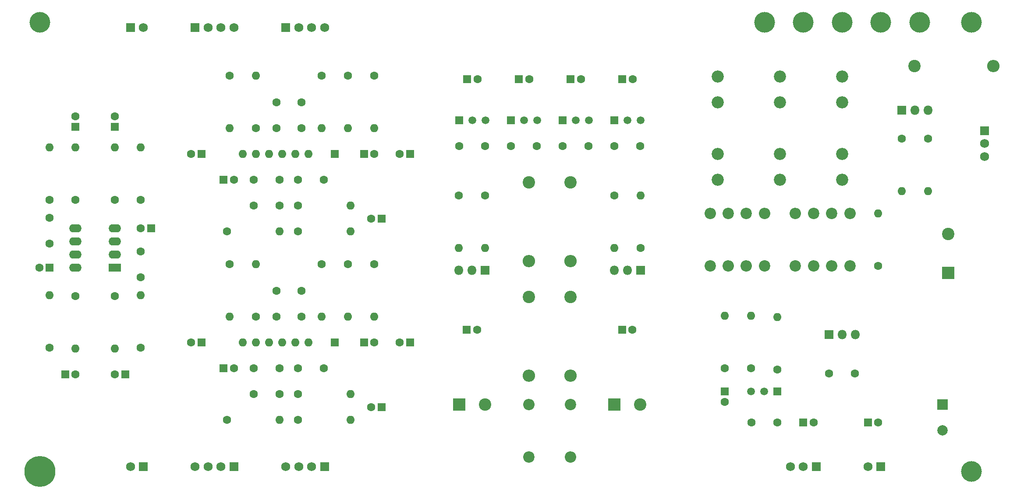
<source format=gbs>
%TF.GenerationSoftware,KiCad,Pcbnew,(5.1.7)-1*%
%TF.CreationDate,2022-01-04T16:17:04+01:00*%
%TF.ProjectId,cr-17xx-psu-preamp-board,63722d31-3778-4782-9d70-73752d707265,rev?*%
%TF.SameCoordinates,Original*%
%TF.FileFunction,Soldermask,Bot*%
%TF.FilePolarity,Negative*%
%FSLAX46Y46*%
G04 Gerber Fmt 4.6, Leading zero omitted, Abs format (unit mm)*
G04 Created by KiCad (PCBNEW (5.1.7)-1) date 2022-01-04 16:17:04*
%MOMM*%
%LPD*%
G01*
G04 APERTURE LIST*
%ADD10C,1.600000*%
%ADD11O,1.600000X1.600000*%
%ADD12R,1.600000X1.600000*%
%ADD13R,1.800000X1.800000*%
%ADD14O,1.800000X1.800000*%
%ADD15R,1.750000X1.750000*%
%ADD16C,1.750000*%
%ADD17R,2.400000X1.600000*%
%ADD18O,2.400000X1.600000*%
%ADD19C,2.200000*%
%ADD20O,2.200000X2.200000*%
%ADD21O,2.400000X2.400000*%
%ADD22C,2.400000*%
%ADD23R,2.000000X2.000000*%
%ADD24C,2.000000*%
%ADD25R,2.400000X2.400000*%
%ADD26C,1.520000*%
%ADD27R,1.520000X1.520000*%
%ADD28C,4.000000*%
%ADD29C,2.350000*%
%ADD30C,6.000000*%
G04 APERTURE END LIST*
D10*
X103460000Y-52540000D03*
D11*
X103460000Y-62700000D03*
D10*
X138540000Y-62700000D03*
D11*
X138540000Y-52540000D03*
D10*
X194080000Y-41500000D03*
D11*
X194080000Y-51660000D03*
D10*
X159920000Y-86000000D03*
D11*
X159920000Y-75840000D03*
D10*
X175000000Y-87000000D03*
X180000000Y-87000000D03*
D12*
X170000000Y-96500000D03*
D10*
X172000000Y-96500000D03*
D12*
X182500000Y-96500000D03*
D10*
X184500000Y-96500000D03*
X165000000Y-96500000D03*
X160000000Y-96500000D03*
D13*
X174960000Y-79500000D03*
D14*
X177500000Y-79500000D03*
X180040000Y-79500000D03*
D15*
X172500000Y-105000000D03*
D16*
X170000000Y-105000000D03*
X167500000Y-105000000D03*
D15*
X185000000Y-105000000D03*
D16*
X182500000Y-105000000D03*
D15*
X77500000Y-105000000D03*
D16*
X75000000Y-105000000D03*
X72500000Y-105000000D03*
X70000000Y-105000000D03*
D15*
X60000000Y-105000000D03*
D16*
X57500000Y-105000000D03*
X55000000Y-105000000D03*
X52500000Y-105000000D03*
D15*
X70000000Y-20000000D03*
D16*
X72500000Y-20000000D03*
X75000000Y-20000000D03*
X77500000Y-20000000D03*
D15*
X52500000Y-20000000D03*
D16*
X55000000Y-20000000D03*
X57500000Y-20000000D03*
X60000000Y-20000000D03*
D12*
X53720000Y-44500000D03*
D10*
X51720000Y-44500000D03*
D12*
X94000000Y-44500000D03*
D10*
X92000000Y-44500000D03*
D12*
X53720000Y-81000000D03*
D10*
X51720000Y-81000000D03*
D12*
X94000000Y-81000000D03*
D10*
X92000000Y-81000000D03*
D12*
X79500000Y-81000000D03*
D11*
X74420000Y-81000000D03*
X71880000Y-81000000D03*
X69340000Y-81000000D03*
X66800000Y-81000000D03*
X64260000Y-81000000D03*
X61720000Y-81000000D03*
D10*
X87120000Y-65840000D03*
D11*
X87120000Y-76000000D03*
D10*
X82040000Y-65840000D03*
D11*
X82040000Y-76000000D03*
D10*
X76960000Y-65840000D03*
D11*
X76960000Y-76000000D03*
D10*
X64260000Y-76000000D03*
D11*
X64260000Y-65840000D03*
D10*
X59180000Y-65840000D03*
D11*
X59180000Y-76000000D03*
D10*
X58680000Y-96000000D03*
D11*
X68840000Y-96000000D03*
D10*
X72380000Y-91000000D03*
D11*
X82540000Y-91000000D03*
D10*
X72380000Y-96000000D03*
D11*
X82540000Y-96000000D03*
D12*
X85120000Y-81000000D03*
D10*
X87120000Y-81000000D03*
X73000000Y-76000000D03*
X73000000Y-71000000D03*
X72380000Y-86000000D03*
X77380000Y-86000000D03*
X68220000Y-71000000D03*
X68220000Y-76000000D03*
X68840000Y-86000000D03*
X63840000Y-86000000D03*
D12*
X58000000Y-86000000D03*
D10*
X60000000Y-86000000D03*
X68840000Y-91000000D03*
X63840000Y-91000000D03*
D12*
X88500000Y-93500000D03*
D10*
X86500000Y-93500000D03*
D12*
X79500000Y-44500000D03*
D11*
X74420000Y-44500000D03*
X71880000Y-44500000D03*
X69340000Y-44500000D03*
X66800000Y-44500000D03*
X64260000Y-44500000D03*
X61720000Y-44500000D03*
D10*
X87120000Y-29340000D03*
D11*
X87120000Y-39500000D03*
D10*
X82040000Y-29340000D03*
D11*
X82040000Y-39500000D03*
D10*
X76960000Y-29340000D03*
D11*
X76960000Y-39500000D03*
D10*
X64260000Y-39500000D03*
D11*
X64260000Y-29340000D03*
D10*
X59180000Y-29340000D03*
D11*
X59180000Y-39500000D03*
D10*
X58680000Y-59500000D03*
D11*
X68840000Y-59500000D03*
D10*
X72380000Y-54500000D03*
D11*
X82540000Y-54500000D03*
D10*
X72380000Y-59500000D03*
D11*
X82540000Y-59500000D03*
D12*
X85120000Y-44500000D03*
D10*
X87120000Y-44500000D03*
X73000000Y-39500000D03*
X73000000Y-34500000D03*
X72380000Y-49500000D03*
X77380000Y-49500000D03*
X68220000Y-34500000D03*
X68220000Y-39500000D03*
X68840000Y-49500000D03*
X63840000Y-49500000D03*
D12*
X58000000Y-49500000D03*
D10*
X60000000Y-49500000D03*
X68840000Y-54500000D03*
X63840000Y-54500000D03*
D12*
X88500000Y-57000000D03*
D10*
X86500000Y-57000000D03*
D17*
X37000000Y-66500000D03*
D18*
X29380000Y-58880000D03*
X37000000Y-63960000D03*
X29380000Y-61420000D03*
X37000000Y-61420000D03*
X29380000Y-63960000D03*
X37000000Y-58880000D03*
X29380000Y-66500000D03*
D10*
X29380000Y-72000000D03*
D11*
X29380000Y-82160000D03*
D10*
X37000000Y-72000000D03*
D11*
X37000000Y-82160000D03*
D10*
X24380000Y-82000000D03*
D11*
X24380000Y-71840000D03*
D10*
X42000000Y-82000000D03*
D11*
X42000000Y-71840000D03*
D10*
X24380000Y-53380000D03*
D11*
X24380000Y-43220000D03*
D10*
X42000000Y-53380000D03*
D11*
X42000000Y-43220000D03*
D10*
X29380000Y-53380000D03*
D11*
X29380000Y-43220000D03*
D10*
X37000000Y-53380000D03*
D11*
X37000000Y-43220000D03*
D12*
X27380000Y-87160000D03*
D10*
X29380000Y-87160000D03*
D12*
X39000000Y-87160000D03*
D10*
X37000000Y-87160000D03*
X24380000Y-56880000D03*
X24380000Y-61880000D03*
X42000000Y-63340000D03*
X42000000Y-68340000D03*
D12*
X24380000Y-66500000D03*
D10*
X22380000Y-66500000D03*
D12*
X29380000Y-39220000D03*
D10*
X29380000Y-37220000D03*
D12*
X37000000Y-39220000D03*
D10*
X37000000Y-37220000D03*
D12*
X44000000Y-58880000D03*
D10*
X42000000Y-58880000D03*
D15*
X205000000Y-40000000D03*
D16*
X205000000Y-42500000D03*
X205000000Y-45000000D03*
D15*
X42500000Y-105000000D03*
D16*
X40000000Y-105000000D03*
D15*
X40000000Y-20000000D03*
D16*
X42500000Y-20000000D03*
D19*
X179000000Y-66160000D03*
D20*
X179000000Y-56000000D03*
D19*
X168500000Y-66160000D03*
D20*
X168500000Y-56000000D03*
D19*
X172000000Y-56000000D03*
D20*
X172000000Y-66160000D03*
D19*
X175500000Y-56000000D03*
D20*
X175500000Y-66160000D03*
D19*
X162500000Y-66160000D03*
D20*
X162500000Y-56000000D03*
D19*
X152000000Y-66160000D03*
D20*
X152000000Y-56000000D03*
D19*
X155500000Y-56000000D03*
D20*
X155500000Y-66160000D03*
D19*
X159000000Y-56000000D03*
D20*
X159000000Y-66160000D03*
D10*
X184500000Y-66160000D03*
D11*
X184500000Y-56000000D03*
D19*
X125000000Y-93000000D03*
D20*
X125000000Y-103160000D03*
D19*
X117000000Y-103160000D03*
D20*
X117000000Y-93000000D03*
D21*
X206740000Y-27500000D03*
D22*
X191500000Y-27500000D03*
D23*
X196900000Y-93000000D03*
D24*
X196900000Y-98000000D03*
D25*
X198000000Y-67500000D03*
D22*
X198000000Y-60000000D03*
D12*
X154840000Y-90500000D03*
D10*
X154840000Y-92500000D03*
D12*
X105000000Y-78500000D03*
D10*
X107000000Y-78500000D03*
D12*
X135000000Y-78500000D03*
D10*
X137000000Y-78500000D03*
D25*
X133500000Y-93000000D03*
D22*
X138500000Y-93000000D03*
X108500000Y-93000000D03*
D25*
X103500000Y-93000000D03*
D10*
X108540000Y-52540000D03*
D11*
X108540000Y-62700000D03*
D22*
X117000000Y-72160000D03*
D21*
X117000000Y-87400000D03*
D13*
X108540000Y-67000000D03*
D14*
X106000000Y-67000000D03*
X103460000Y-67000000D03*
D22*
X125000000Y-72160000D03*
D21*
X125000000Y-87400000D03*
D26*
X106040000Y-38000000D03*
X108580000Y-38000000D03*
D27*
X103500000Y-38000000D03*
D26*
X116040000Y-38000000D03*
X118580000Y-38000000D03*
D27*
X113500000Y-38000000D03*
D26*
X136040000Y-38000000D03*
X138580000Y-38000000D03*
D27*
X133500000Y-38000000D03*
D26*
X126040000Y-38000000D03*
X128580000Y-38000000D03*
D27*
X123500000Y-38000000D03*
D26*
X162460000Y-90500000D03*
X159920000Y-90500000D03*
D27*
X165000000Y-90500000D03*
D22*
X117000000Y-50000000D03*
D21*
X117000000Y-65240000D03*
D22*
X125000000Y-50000000D03*
D21*
X125000000Y-65240000D03*
D10*
X133460000Y-52540000D03*
D11*
X133460000Y-62700000D03*
D10*
X165000000Y-86250000D03*
D11*
X165000000Y-76090000D03*
D10*
X189000000Y-41500000D03*
D11*
X189000000Y-51660000D03*
D10*
X154840000Y-86000000D03*
D11*
X154840000Y-75840000D03*
D13*
X138540000Y-67000000D03*
D14*
X136000000Y-67000000D03*
X133460000Y-67000000D03*
D13*
X189000000Y-36000000D03*
D14*
X191540000Y-36000000D03*
X194080000Y-36000000D03*
D12*
X105040000Y-30000000D03*
D10*
X107040000Y-30000000D03*
D12*
X115040000Y-30000000D03*
D10*
X117040000Y-30000000D03*
D12*
X135040000Y-30000000D03*
D10*
X137040000Y-30000000D03*
D12*
X125040000Y-30000000D03*
D10*
X127040000Y-30000000D03*
X108500000Y-43000000D03*
X103500000Y-43000000D03*
X118500000Y-43000000D03*
X113500000Y-43000000D03*
X138500000Y-43000000D03*
X133500000Y-43000000D03*
X128500000Y-43000000D03*
X123500000Y-43000000D03*
D28*
X192500000Y-19000000D03*
X185000000Y-19000000D03*
X177500000Y-19000000D03*
X170000000Y-19000000D03*
X162500000Y-19000000D03*
D29*
X153500000Y-44500000D03*
X153500000Y-49500000D03*
X153500000Y-34500000D03*
X153500000Y-29500000D03*
X165500000Y-44500000D03*
X165500000Y-49500000D03*
X165500000Y-34500000D03*
X165500000Y-29500000D03*
X177500000Y-44500000D03*
X177500000Y-49500000D03*
X177500000Y-34500000D03*
X177500000Y-29500000D03*
D28*
X22500000Y-19000000D03*
X202500000Y-19000000D03*
X202500000Y-106000000D03*
D30*
X22500000Y-106000000D03*
M02*

</source>
